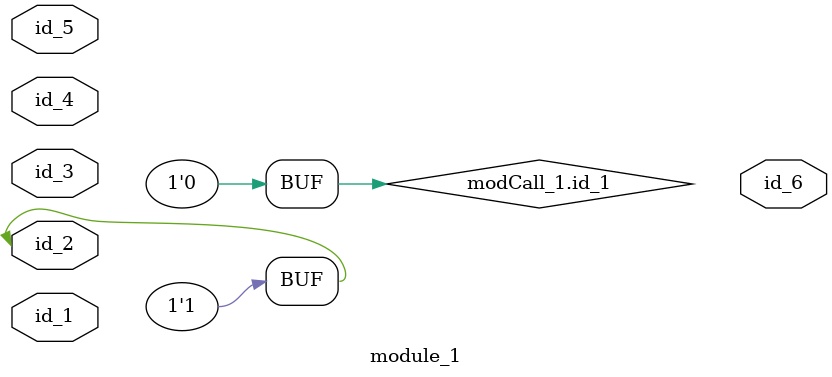
<source format=v>
module module_0 ();
  assign id_1 = 1;
endmodule
module module_1 (
    id_1,
    id_2,
    id_3,
    id_4,
    id_5,
    id_6
);
  output wire id_6;
  inout wire id_5;
  input wire id_4;
  input wire id_3;
  inout wire id_2;
  inout wire id_1;
  always @(posedge id_3) begin : LABEL_0
    #1;
    if (1) id_2 = 1;
  end
  module_0 modCall_1 ();
  assign modCall_1.id_1 = 0;
  assign id_2 = 1;
  assign id_5[1] = 1;
  wire id_7;
  wire id_8;
endmodule

</source>
